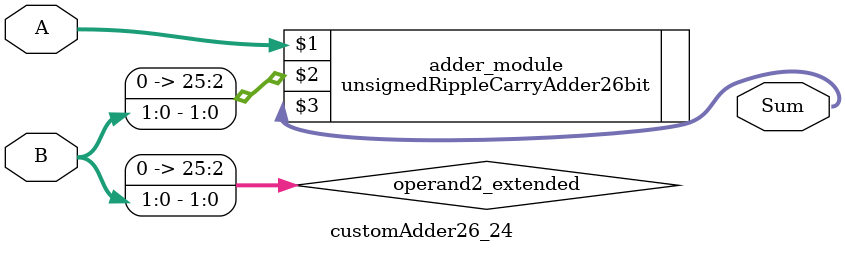
<source format=v>

module customAdder26_24(
                    input [25 : 0] A,
                    input [1 : 0] B,
                    
                    output [26 : 0] Sum
            );

    wire [25 : 0] operand2_extended;
    
    assign operand2_extended =  {24'b0, B};
    
    unsignedRippleCarryAdder26bit adder_module(
        A,
        operand2_extended,
        Sum
    );
    
endmodule
        
</source>
